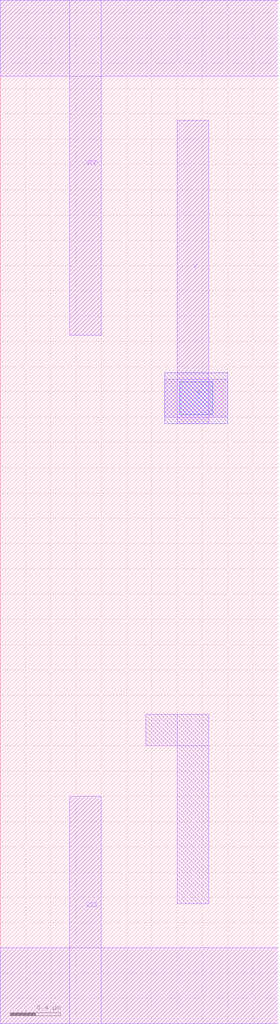
<source format=lef>
# Copyright 2022 Google LLC
# Licensed under the Apache License, Version 2.0 (the "License");
# you may not use this file except in compliance with the License.
# You may obtain a copy of the License at
#
#      http://www.apache.org/licenses/LICENSE-2.0
#
# Unless required by applicable law or agreed to in writing, software
# distributed under the License is distributed on an "AS IS" BASIS,
# WITHOUT WARRANTIES OR CONDITIONS OF ANY KIND, either express or implied.
# See the License for the specific language governing permissions and
# limitations under the License.
VERSION 5.7 ;
BUSBITCHARS "[]" ;
DIVIDERCHAR "/" ;

MACRO gf180mcu_osu_sc_gp12t3v3__tieh
  CLASS CORE ;
  ORIGIN 0 0 ;
  FOREIGN gf180mcu_osu_sc_gp12t3v3__tieh 0 0 ;
  SIZE 2.2 BY 8.1 ;
  SYMMETRY X Y ;
  SITE gf180mcu_osu_sc_gp12t3v3 ;
  PIN VDD
    DIRECTION INOUT ;
    USE POWER ;
    SHAPE ABUTMENT ;
    PORT
      LAYER MET1 ;
        RECT 0 7.5 2.2 8.1 ;
        RECT 0.55 5.45 0.8 8.1 ;
    END
  END VDD
  PIN VSS
    DIRECTION INOUT ;
    USE GROUND ;
    PORT
      LAYER MET1 ;
        RECT 0 0 2.2 0.6 ;
        RECT 0.55 0 0.8 1.8 ;
    END
  END VSS
  PIN Y
    DIRECTION OUTPUT ;
    USE SIGNAL ;
    PORT
      LAYER MET1 ;
        RECT 1.3 4.8 1.8 5.1 ;
        RECT 1.4 4.75 1.65 7.15 ;
      LAYER MET2 ;
        RECT 1.3 4.75 1.8 5.15 ;
      LAYER VIA12 ;
        RECT 1.42 4.82 1.68 5.08 ;
    END
  END Y
  OBS
    LAYER MET1 ;
      RECT 1.15 2.2 1.65 2.45 ;
      RECT 1.4 0.95 1.65 2.45 ;
  END
END gf180mcu_osu_sc_gp12t3v3__tieh

</source>
